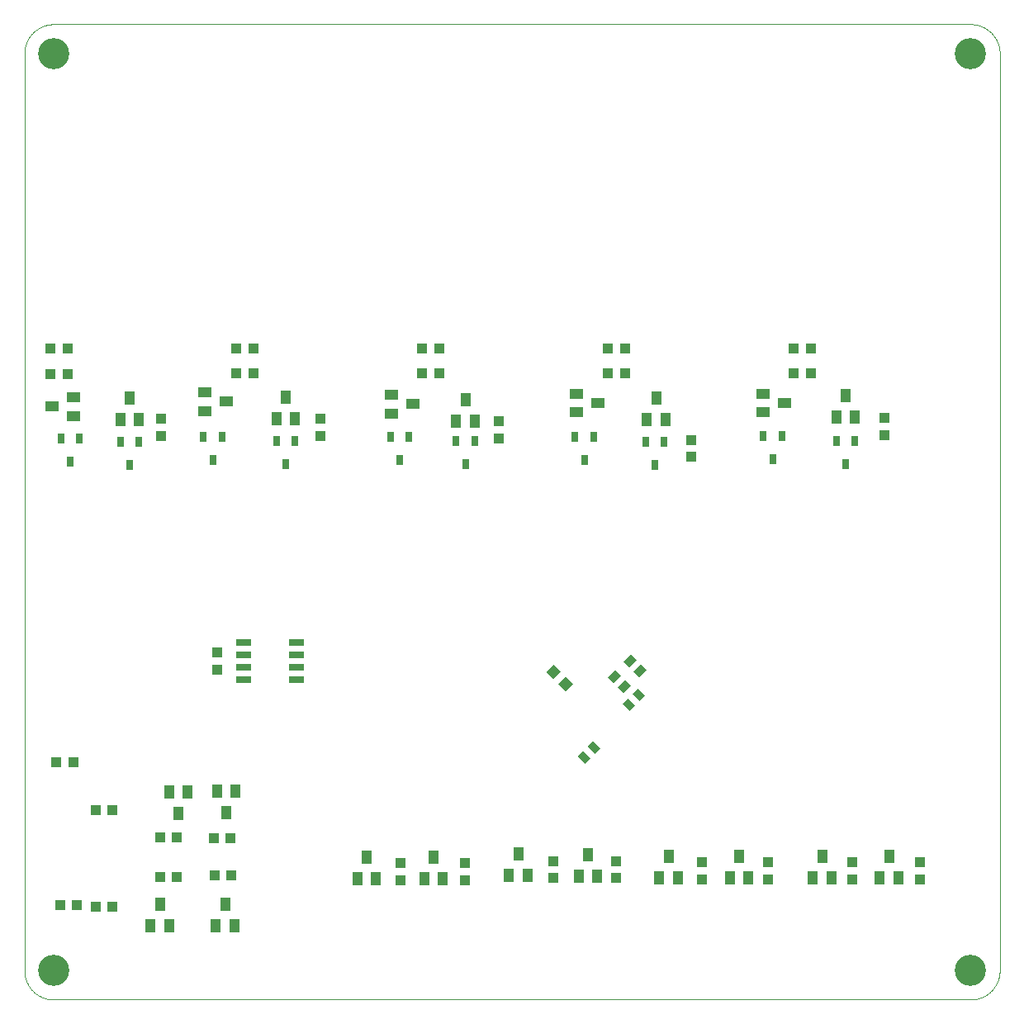
<source format=gbp>
G04 EAGLE Gerber RS-274X export*
G75*
%MOMM*%
%FSLAX34Y34*%
%LPD*%
%INSolder paste bottom*%
%IPPOS*%
%AMOC8*
5,1,8,0,0,1.08239X$1,22.5*%
G01*
%ADD10C,0.000000*%
%ADD11C,3.200000*%
%ADD12R,1.040000X0.810000*%
%ADD13R,1.050000X1.080000*%
%ADD14R,1.000000X1.100000*%
%ADD15R,1.500000X0.650000*%
%ADD16R,1.080000X1.050000*%
%ADD17R,1.000000X1.400000*%
%ADD18R,1.400000X1.000000*%
%ADD19R,0.800000X1.000000*%


D10*
X30000Y0D02*
X970000Y0D01*
X1000000Y30000D02*
X1000000Y970000D01*
X970000Y1000000D02*
X30000Y1000000D01*
X0Y970000D02*
X0Y30000D01*
X9Y29275D01*
X35Y28551D01*
X79Y27827D01*
X140Y27105D01*
X219Y26384D01*
X315Y25665D01*
X428Y24949D01*
X559Y24236D01*
X707Y23526D01*
X872Y22821D01*
X1054Y22119D01*
X1253Y21422D01*
X1468Y20729D01*
X1701Y20043D01*
X1950Y19362D01*
X2215Y18687D01*
X2496Y18019D01*
X2794Y17358D01*
X3107Y16704D01*
X3436Y16058D01*
X3781Y15420D01*
X4141Y14791D01*
X4516Y14171D01*
X4906Y13560D01*
X5310Y12958D01*
X5729Y12366D01*
X6163Y11785D01*
X6610Y11214D01*
X7071Y10655D01*
X7545Y10106D01*
X8032Y9570D01*
X8532Y9045D01*
X9045Y8532D01*
X9570Y8032D01*
X10106Y7545D01*
X10655Y7071D01*
X11214Y6610D01*
X11785Y6163D01*
X12366Y5729D01*
X12958Y5310D01*
X13560Y4906D01*
X14171Y4516D01*
X14791Y4141D01*
X15420Y3781D01*
X16058Y3436D01*
X16704Y3107D01*
X17358Y2794D01*
X18019Y2496D01*
X18687Y2215D01*
X19362Y1950D01*
X20043Y1701D01*
X20729Y1468D01*
X21422Y1253D01*
X22119Y1054D01*
X22821Y872D01*
X23526Y707D01*
X24236Y559D01*
X24949Y428D01*
X25665Y315D01*
X26384Y219D01*
X27105Y140D01*
X27827Y79D01*
X28551Y35D01*
X29275Y9D01*
X30000Y0D01*
X0Y970000D02*
X9Y970725D01*
X35Y971449D01*
X79Y972173D01*
X140Y972895D01*
X219Y973616D01*
X315Y974335D01*
X428Y975051D01*
X559Y975764D01*
X707Y976474D01*
X872Y977179D01*
X1054Y977881D01*
X1253Y978578D01*
X1468Y979271D01*
X1701Y979957D01*
X1950Y980638D01*
X2215Y981313D01*
X2496Y981981D01*
X2794Y982642D01*
X3107Y983296D01*
X3436Y983942D01*
X3781Y984580D01*
X4141Y985209D01*
X4516Y985829D01*
X4906Y986440D01*
X5310Y987042D01*
X5729Y987634D01*
X6163Y988215D01*
X6610Y988786D01*
X7071Y989345D01*
X7545Y989894D01*
X8032Y990430D01*
X8532Y990955D01*
X9045Y991468D01*
X9570Y991968D01*
X10106Y992455D01*
X10655Y992929D01*
X11214Y993390D01*
X11785Y993837D01*
X12366Y994271D01*
X12958Y994690D01*
X13560Y995094D01*
X14171Y995484D01*
X14791Y995859D01*
X15420Y996219D01*
X16058Y996564D01*
X16704Y996893D01*
X17358Y997206D01*
X18019Y997504D01*
X18687Y997785D01*
X19362Y998050D01*
X20043Y998299D01*
X20729Y998532D01*
X21422Y998747D01*
X22119Y998946D01*
X22821Y999128D01*
X23526Y999293D01*
X24236Y999441D01*
X24949Y999572D01*
X25665Y999685D01*
X26384Y999781D01*
X27105Y999860D01*
X27827Y999921D01*
X28551Y999965D01*
X29275Y999991D01*
X30000Y1000000D01*
X970000Y1000000D02*
X970725Y999991D01*
X971449Y999965D01*
X972173Y999921D01*
X972895Y999860D01*
X973616Y999781D01*
X974335Y999685D01*
X975051Y999572D01*
X975764Y999441D01*
X976474Y999293D01*
X977179Y999128D01*
X977881Y998946D01*
X978578Y998747D01*
X979271Y998532D01*
X979957Y998299D01*
X980638Y998050D01*
X981313Y997785D01*
X981981Y997504D01*
X982642Y997206D01*
X983296Y996893D01*
X983942Y996564D01*
X984580Y996219D01*
X985209Y995859D01*
X985829Y995484D01*
X986440Y995094D01*
X987042Y994690D01*
X987634Y994271D01*
X988215Y993837D01*
X988786Y993390D01*
X989345Y992929D01*
X989894Y992455D01*
X990430Y991968D01*
X990955Y991468D01*
X991468Y990955D01*
X991968Y990430D01*
X992455Y989894D01*
X992929Y989345D01*
X993390Y988786D01*
X993837Y988215D01*
X994271Y987634D01*
X994690Y987042D01*
X995094Y986440D01*
X995484Y985829D01*
X995859Y985209D01*
X996219Y984580D01*
X996564Y983942D01*
X996893Y983296D01*
X997206Y982642D01*
X997504Y981981D01*
X997785Y981313D01*
X998050Y980638D01*
X998299Y979957D01*
X998532Y979271D01*
X998747Y978578D01*
X998946Y977881D01*
X999128Y977179D01*
X999293Y976474D01*
X999441Y975764D01*
X999572Y975051D01*
X999685Y974335D01*
X999781Y973616D01*
X999860Y972895D01*
X999921Y972173D01*
X999965Y971449D01*
X999991Y970725D01*
X1000000Y970000D01*
X1000000Y30000D02*
X999991Y29275D01*
X999965Y28551D01*
X999921Y27827D01*
X999860Y27105D01*
X999781Y26384D01*
X999685Y25665D01*
X999572Y24949D01*
X999441Y24236D01*
X999293Y23526D01*
X999128Y22821D01*
X998946Y22119D01*
X998747Y21422D01*
X998532Y20729D01*
X998299Y20043D01*
X998050Y19362D01*
X997785Y18687D01*
X997504Y18019D01*
X997206Y17358D01*
X996893Y16704D01*
X996564Y16058D01*
X996219Y15420D01*
X995859Y14791D01*
X995484Y14171D01*
X995094Y13560D01*
X994690Y12958D01*
X994271Y12366D01*
X993837Y11785D01*
X993390Y11214D01*
X992929Y10655D01*
X992455Y10106D01*
X991968Y9570D01*
X991468Y9045D01*
X990955Y8532D01*
X990430Y8032D01*
X989894Y7545D01*
X989345Y7071D01*
X988786Y6610D01*
X988215Y6163D01*
X987634Y5729D01*
X987042Y5310D01*
X986440Y4906D01*
X985829Y4516D01*
X985209Y4141D01*
X984580Y3781D01*
X983942Y3436D01*
X983296Y3107D01*
X982642Y2794D01*
X981981Y2496D01*
X981313Y2215D01*
X980638Y1950D01*
X979957Y1701D01*
X979271Y1468D01*
X978578Y1253D01*
X977881Y1054D01*
X977179Y872D01*
X976474Y707D01*
X975764Y559D01*
X975051Y428D01*
X974335Y315D01*
X973616Y219D01*
X972895Y140D01*
X972173Y79D01*
X971449Y35D01*
X970725Y9D01*
X970000Y0D01*
D11*
X30000Y30000D03*
X30000Y970000D03*
X970000Y30000D03*
X970000Y970000D03*
D12*
G36*
X637719Y338088D02*
X630366Y330735D01*
X624639Y336462D01*
X631992Y343815D01*
X637719Y338088D01*
G37*
G36*
X627537Y348271D02*
X620184Y340918D01*
X614457Y346645D01*
X621810Y353998D01*
X627537Y348271D01*
G37*
G36*
X621608Y321977D02*
X614255Y314624D01*
X608528Y320351D01*
X615881Y327704D01*
X621608Y321977D01*
G37*
G36*
X611425Y332159D02*
X604072Y324806D01*
X598345Y330533D01*
X605698Y337886D01*
X611425Y332159D01*
G37*
D13*
G36*
X542347Y328597D02*
X534923Y336021D01*
X542559Y343657D01*
X549983Y336233D01*
X542347Y328597D01*
G37*
G36*
X554721Y316223D02*
X547297Y323647D01*
X554933Y331283D01*
X562357Y323859D01*
X554721Y316223D01*
G37*
D12*
G36*
X629278Y319131D02*
X636631Y311778D01*
X630904Y306051D01*
X623551Y313404D01*
X629278Y319131D01*
G37*
G36*
X619096Y308949D02*
X626449Y301596D01*
X620722Y295869D01*
X613369Y303222D01*
X619096Y308949D01*
G37*
D14*
X53430Y96940D03*
X36430Y96940D03*
X90160Y95190D03*
X73160Y95190D03*
D15*
X278795Y366297D03*
X278795Y353597D03*
X278795Y340897D03*
X278795Y328197D03*
X224795Y328197D03*
X224795Y340897D03*
X224795Y353597D03*
X224795Y366297D03*
D16*
X197820Y338370D03*
X197820Y355870D03*
D14*
X194480Y165770D03*
X211480Y165770D03*
D17*
X207190Y191900D03*
X216690Y213900D03*
X197690Y213900D03*
D14*
X195180Y127030D03*
X212180Y127030D03*
D17*
X205880Y97430D03*
X196380Y75430D03*
X215380Y75430D03*
D14*
X139000Y125430D03*
X156000Y125430D03*
D17*
X139000Y97930D03*
X129500Y75930D03*
X148500Y75930D03*
D14*
X139000Y166070D03*
X156000Y166070D03*
D17*
X157660Y190630D03*
X167160Y212630D03*
X148160Y212630D03*
D13*
X44310Y641050D03*
X26810Y641050D03*
D18*
X28370Y608030D03*
X50370Y598530D03*
X50370Y617530D03*
D13*
X234810Y667720D03*
X217310Y667720D03*
D16*
X303530Y577690D03*
X303530Y595190D03*
D17*
X267970Y617760D03*
X258470Y595760D03*
X277470Y595760D03*
D19*
X258470Y573040D03*
X277470Y573040D03*
X267970Y549040D03*
D13*
X425310Y667720D03*
X407810Y667720D03*
D16*
X486410Y575150D03*
X486410Y592650D03*
D17*
X452120Y615220D03*
X442620Y593220D03*
X461620Y593220D03*
D19*
X442620Y573040D03*
X461620Y573040D03*
X452120Y549040D03*
D13*
X615810Y667720D03*
X598310Y667720D03*
D16*
X683260Y556420D03*
X683260Y573920D03*
D17*
X647700Y616490D03*
X638200Y594490D03*
X657200Y594490D03*
D19*
X636930Y571770D03*
X655930Y571770D03*
X646430Y547770D03*
D13*
X806310Y667720D03*
X788810Y667720D03*
D16*
X881380Y578960D03*
X881380Y596460D03*
D17*
X842010Y619030D03*
X832510Y597030D03*
X851510Y597030D03*
D19*
X832510Y573040D03*
X851510Y573040D03*
X842010Y549040D03*
D13*
X44310Y667720D03*
X26810Y667720D03*
D16*
X139700Y577690D03*
X139700Y595190D03*
D17*
X107950Y616490D03*
X98450Y594490D03*
X117450Y594490D03*
D19*
X98500Y572000D03*
X117500Y572000D03*
X108000Y548000D03*
D13*
X234810Y642320D03*
X217310Y642320D03*
D18*
X206580Y613110D03*
X184580Y622610D03*
X184580Y603610D03*
D19*
X183540Y576850D03*
X202540Y576850D03*
X193040Y552850D03*
D13*
X425310Y642320D03*
X407810Y642320D03*
D18*
X398350Y610570D03*
X376350Y620070D03*
X376350Y601070D03*
D19*
X375310Y576850D03*
X394310Y576850D03*
X384810Y552850D03*
D13*
X615810Y642320D03*
X598310Y642320D03*
D18*
X587580Y611840D03*
X565580Y621340D03*
X565580Y602340D03*
D19*
X564540Y576850D03*
X583540Y576850D03*
X574040Y552850D03*
D13*
X806310Y642320D03*
X788810Y642320D03*
D18*
X779350Y611840D03*
X757350Y621340D03*
X757350Y602340D03*
D19*
X757580Y578120D03*
X776580Y578120D03*
X767080Y554120D03*
X37490Y575580D03*
X56490Y575580D03*
X46990Y551580D03*
D16*
X918190Y123030D03*
X918190Y140530D03*
X761980Y123030D03*
X761980Y140530D03*
X451400Y122530D03*
X451400Y140030D03*
X848340Y123030D03*
X848340Y140530D03*
X694670Y123030D03*
X694670Y140530D03*
X385360Y122530D03*
X385360Y140030D03*
D17*
X886440Y146590D03*
X876940Y124590D03*
X895940Y124590D03*
X732770Y146590D03*
X723270Y124590D03*
X742270Y124590D03*
X817860Y146590D03*
X808360Y124590D03*
X827360Y124590D03*
X660380Y146590D03*
X650880Y124590D03*
X669880Y124590D03*
X351070Y146090D03*
X341570Y124090D03*
X360570Y124090D03*
X419650Y146090D03*
X410150Y124090D03*
X429150Y124090D03*
D12*
G36*
X574722Y241869D02*
X567369Y249222D01*
X573096Y254949D01*
X580449Y247596D01*
X574722Y241869D01*
G37*
G36*
X584904Y252051D02*
X577551Y259404D01*
X583278Y265131D01*
X590631Y257778D01*
X584904Y252051D01*
G37*
D16*
X606420Y124614D03*
X606420Y142114D03*
D17*
X577834Y148586D03*
X568334Y126586D03*
X587334Y126586D03*
D16*
X541892Y124614D03*
X541892Y142114D03*
D17*
X506334Y149058D03*
X496834Y127058D03*
X515834Y127058D03*
D13*
X49950Y243200D03*
X32450Y243200D03*
X73050Y194200D03*
X90550Y194200D03*
M02*

</source>
